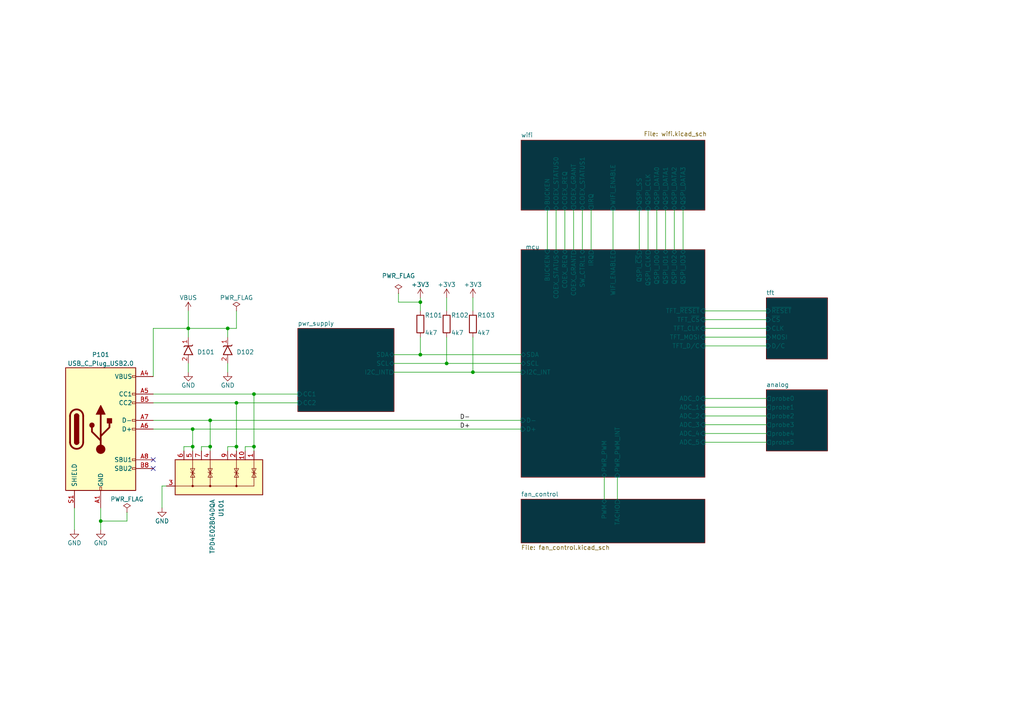
<source format=kicad_sch>
(kicad_sch (version 20230121) (generator eeschema)
  (paper "A4")
  (title_block (title "Firewaterburn") (rev "0.2"))
  (lib_symbols
    (symbol "Device:R" (pin_numbers hide) (pin_names (offset 0))
      (property "Reference" "R" (at 2.032 0 90))
      (property "Value" "R" (at 0 0 90))
      (symbol "R_0_1"
        (rectangle (start -1.016 -2.54) (end 1.016 2.54) (stroke (width 0.254)))
      )
      (symbol "R_1_1"
        (pin passive line (at 0 3.81 270) (length 1.27) (name "~") (number "1"))
        (pin passive line (at 0 -3.81 90) (length 1.27) (name "~") (number "2"))
      )
    )
    (symbol "Power_Protection:TPD4E02B04DQA" (pin_names hide)
      (property "Reference" "U" (at 2.54 -11.43 0))
      (property "Value" "TPD4E02B04DQA" (at 7.62 1.905 0))
      (symbol "TPD4E02B04DQA_0_0"
        (pin passive line (at 2.54 -15.24 90) (length 2.54) (name "G") (number "3"))
      )
      (symbol "TPD4E02B04DQA_0_1"
        (rectangle (start -5.08 12.7) (end 5.08 -12.7) (stroke (width 0.254)) (fill (type background)))
        (polyline (pts (xy -5.08 -7.62) (xy 2.54 -7.62)))
        (polyline (pts (xy -5.08 -2.54) (xy 2.54 -2.54)))
        (polyline (pts (xy -5.08 5.08) (xy 2.54 5.08)))
        (polyline (pts (xy -5.08 10.16) (xy 2.54 10.16)))
        (polyline (pts (xy 2.54 10.16) (xy 2.54 -12.7)) (stroke (width 0.1524)))
        (polyline (pts (xy -1.27 -7.62) (xy 0 -8.255) (xy 0 -6.985) (xy -1.27 -7.62)))
        (polyline (pts (xy -1.27 -2.54) (xy 0 -3.175) (xy 0 -1.905) (xy -1.27 -2.54)))
        (polyline (pts (xy -1.27 5.08) (xy 0 4.445) (xy 0 5.715) (xy -1.27 5.08)))
        (polyline (pts (xy -1.27 10.16) (xy 0 9.525) (xy 0 10.795) (xy -1.27 10.16)))
        (circle (center 2.54 -7.62) (radius 0.254) (fill (type outline)))
        (circle (center 2.54 -2.54) (radius 0.254) (fill (type outline)))
        (circle (center 2.54 5.08) (radius 0.254) (fill (type outline)))
      )
      (symbol "TPD4E02B04DQA_1_1"
        (polyline (pts (xy -1.524 -8.255) (xy -1.27 -8.001) (xy -1.27 -7.239) (xy -1.016 -6.985)))
        (polyline (pts (xy -1.524 -3.175) (xy -1.27 -2.921) (xy -1.27 -2.159) (xy -1.016 -1.905)))
        (polyline (pts (xy -1.524 4.445) (xy -1.27 4.699) (xy -1.27 5.461) (xy -1.016 5.715)))
        (polyline (pts (xy -1.524 9.525) (xy -1.27 9.779) (xy -1.27 10.541) (xy -1.016 10.795)))
        (polyline (pts (xy -1.27 -7.62) (xy -2.54 -8.255) (xy -2.54 -6.985) (xy -1.27 -7.62)))
        (polyline (pts (xy -1.27 -2.54) (xy -2.54 -3.175) (xy -2.54 -1.905) (xy -1.27 -2.54)))
        (polyline (pts (xy -1.27 5.08) (xy -2.54 4.445) (xy -2.54 5.715) (xy -1.27 5.08)))
        (polyline (pts (xy -1.27 10.16) (xy -2.54 9.525) (xy -2.54 10.795) (xy -1.27 10.16)))
        (pin passive line (at -7.62 10.16 0) (length 2.54) (name "IO1") (number "1"))
        (pin free line (at -7.62 7.62 0) (length 2.54) (name "NC") (number "10"))
        (pin passive line (at -7.62 5.08 0) (length 2.54) (name "IO2") (number "2"))
        (pin passive line (at -7.62 -2.54 0) (length 2.54) (name "IO3") (number "4"))
        (pin passive line (at -7.62 -7.62 0) (length 2.54) (name "IO4") (number "5"))
        (pin free line (at -7.62 -10.16 0) (length 2.54) (name "NC") (number "6"))
        (pin free line (at -7.62 -5.08 0) (length 2.54) (name "NC") (number "7"))
        (pin passive line (at 2.54 -15.24 90) (length 2.54) hide (name "G") (number "8"))
        (pin free line (at -7.62 2.54 0) (length 2.54) (name "NC") (number "9"))
      )
    )
    (symbol "mylib_connectors:USB_C_Plug_USB2.0" (pin_names (offset 1.016))
      (property "Reference" "P" (at -10.16 19.05 0))
      (property "Value" "USB_C_Plug_USB2.0" (at 12.7 19.05 0))
      (symbol "USB_C_Plug_USB2.0_0_0"
        (rectangle (start -0.254 -17.78) (end 0.254 -16.764))
        (rectangle (start 10.16 -11.176) (end 9.144 -11.684))
        (rectangle (start 10.16 0.254) (end 9.144 -0.254))
        (rectangle (start 10.16 2.794) (end 9.144 2.286))
        (rectangle (start 10.16 10.414) (end 9.144 9.906))
        (rectangle (start 10.16 15.494) (end 9.144 14.986))
      )
      (symbol "USB_C_Plug_USB2.0_0_1"
        (rectangle (start -10.16 17.78) (end 10.16 -17.78) (stroke (width 0.254)) (fill (type background)))
        (arc (start -8.89 -3.81) (mid -6.985 -5.7067) (end -5.08 -3.81) (stroke (width 0.508)))
        (arc (start -7.62 -3.81) (mid -6.985 -4.4423) (end -6.35 -3.81) (stroke (width 0.254)))
        (arc (start -7.62 -3.81) (mid -6.985 -4.4423) (end -6.35 -3.81) (stroke (width 0.254)) (fill (type outline)))
        (rectangle (start -7.62 -3.81) (end -6.35 3.81) (stroke (width 0.254)) (fill (type outline)))
        (arc (start -6.35 3.81) (mid -6.985 4.4423) (end -7.62 3.81) (stroke (width 0.254)))
        (arc (start -6.35 3.81) (mid -6.985 4.4423) (end -7.62 3.81) (stroke (width 0.254)) (fill (type outline)))
        (arc (start -5.08 3.81) (mid -6.985 5.7067) (end -8.89 3.81) (stroke (width 0.508)))
        (circle (center -2.54 1.143) (radius 0.635) (stroke (width 0.254)) (fill (type outline)))
        (circle (center 0 -5.842) (radius 1.27) (fill (type outline)))
        (polyline (pts (xy -8.89 -3.81) (xy -8.89 3.81)) (stroke (width 0.508)))
        (polyline (pts (xy -5.08 3.81) (xy -5.08 -3.81)) (stroke (width 0.508)))
        (polyline (pts (xy 0 -5.842) (xy 0 4.318)) (stroke (width 0.508)))
        (polyline (pts (xy 0 -3.302) (xy -2.54 -0.762) (xy -2.54 0.508)) (stroke (width 0.508)))
        (polyline (pts (xy 0 -2.032) (xy 2.54 0.508) (xy 2.54 1.778)) (stroke (width 0.508)))
        (polyline (pts (xy -1.27 4.318) (xy 0 6.858) (xy 1.27 4.318) (xy -1.27 4.318)) (stroke (width 0.254)) (fill (type outline)))
        (rectangle (start 1.905 1.778) (end 3.175 3.048) (stroke (width 0.254)) (fill (type outline)))
      )
      (symbol "USB_C_Plug_USB2.0_1_1"
        (rectangle (start 10.16 -8.636) (end 9.144 -9.144))
        (rectangle (start 10.16 7.874) (end 9.144 7.366))
        (pin passive line (at 0 -22.86 90) (length 5.08) (name "GND") (number "A1"))
        (pin passive line (at 0 -22.86 90) (length 5.08) hide (name "GND") (number "A12"))
        (pin passive line (at 15.24 15.24 180) (length 5.08) (name "VBUS") (number "A4"))
        (pin bidirectional line (at 15.24 10.16 180) (length 5.08) (name "CC1") (number "A5"))
        (pin bidirectional line (at 15.24 0 180) (length 5.08) (name "D+") (number "A6"))
        (pin bidirectional line (at 15.24 2.54 180) (length 5.08) (name "D-") (number "A7"))
        (pin bidirectional line (at 15.24 -8.89 180) (length 5.08) (name "SBU1") (number "A8"))
        (pin passive line (at 15.24 15.24 180) (length 5.08) hide (name "VBUS") (number "A9"))
        (pin passive line (at 0 -22.86 90) (length 5.08) hide (name "GND") (number "B1"))
        (pin passive line (at 0 -22.86 90) (length 5.08) hide (name "GND") (number "B12"))
        (pin passive line (at 15.24 15.24 180) (length 5.08) hide (name "VBUS") (number "B4"))
        (pin bidirectional line (at 15.24 7.62 180) (length 5.08) (name "CC2") (number "B5"))
        (pin bidirectional line (at 15.24 0 180) (length 5.08) hide (name "D+") (number "B6"))
        (pin bidirectional line (at 15.24 2.54 180) (length 5.08) hide (name "D-") (number "B7"))
        (pin bidirectional line (at 15.24 -11.43 180) (length 5.08) (name "SBU2") (number "B8"))
        (pin passive line (at 15.24 15.24 180) (length 5.08) hide (name "VBUS") (number "B9"))
        (pin passive line (at -7.62 -22.86 90) (length 5.08) (name "SHIELD") (number "S1"))
      )
    )
    (symbol "mylib_ic:ESDA25P35"
      (property "Reference" "D" (at 0 2.54 0))
      (symbol "ESDA25P35_0_1"
        (polyline (pts (xy -1.27 -1.016) (xy -1.016 -1.27)) (stroke (width 0.254)))
        (polyline (pts (xy -1.27 1.016) (xy -1.524 1.27)) (stroke (width 0.254)))
        (polyline (pts (xy -1.27 1.016) (xy -1.27 -1.016)) (stroke (width 0.254)))
        (polyline (pts (xy 1.27 1.27) (xy 1.27 -1.27) (xy -1.27 0) (xy 1.27 1.27)) (stroke (width 0.254)))
      )
      (symbol "ESDA25P35_1_1"
        (pin passive line (at -3.81 0 0) (length 2.54) (name "") (number "1"))
        (pin passive line (at 3.81 0 180) (length 2.54) (name "") (number "2"))
      )
    )
    (symbol "power:+3V3" (power) (pin_names (offset 0))
      (property "Value" "+3V3" (at 0 3.556 0))
      (symbol "+3V3_0_1"
        (polyline (pts (xy -0.762 1.27) (xy 0 2.54)))
        (polyline (pts (xy 0 0) (xy 0 2.54)))
        (polyline (pts (xy 0 2.54) (xy 0.762 1.27)))
      )
      (symbol "+3V3_1_1"
        (pin power_in line (at 0 0 90) (length 0) hide (name "+3V3") (number "1"))
      )
    )
    (symbol "power:GND" (power) (pin_names (offset 0))
      (property "Value" "GND" (at 0 -3.81 0))
      (symbol "GND_0_1"
        (polyline (pts (xy 0 0) (xy 0 -1.27) (xy 1.27 -1.27) (xy 0 -2.54) (xy -1.27 -1.27) (xy 0 -1.27)))
      )
      (symbol "GND_1_1"
        (pin power_in line (at 0 0 270) (length 0) hide (name "GND") (number "1"))
      )
    )
    (symbol "power:PWR_FLAG" (power) (pin_numbers hide) (pin_names (offset 0) hide)
      (property "Value" "PWR_FLAG" (at 0 3.81 0))
      (symbol "PWR_FLAG_0_0"
        (pin power_out line (at 0 0 90) (length 0) (name "pwr") (number "1"))
      )
      (symbol "PWR_FLAG_0_1"
        (polyline (pts (xy 0 0) (xy 0 1.27) (xy -1.016 1.905) (xy 0 2.54) (xy 1.016 1.905) (xy 0 1.27)))
      )
    )
    (symbol "power:VBUS" (power) (pin_names (offset 0))
      (property "Value" "VBUS" (at 0 3.81 0))
      (symbol "VBUS_0_1"
        (polyline (pts (xy -0.762 1.27) (xy 0 2.54)))
        (polyline (pts (xy 0 0) (xy 0 2.54)))
        (polyline (pts (xy 0 2.54) (xy 0.762 1.27)))
      )
      (symbol "VBUS_1_1"
        (pin power_in line (at 0 0 90) (length 0) hide (name "VBUS") (number "1"))
      )
    )
  )
  (junction (at 55.88 129.54))
  (junction (at 73.66 114.3))
  (junction (at 121.92 102.87))
  (junction (at 54.61 95.25))
  (junction (at 60.96 129.54))
  (junction (at 68.58 129.54))
  (junction (at 55.88 124.46))
  (junction (at 121.92 87.63))
  (junction (at 29.21 151.13))
  (junction (at 66.04 95.25))
  (junction (at 137.16 107.95))
  (junction (at 129.54 105.41))
  (junction (at 68.58 116.84))
  (junction (at 73.66 129.54))
  (junction (at 60.96 121.92))
  (no_connect (at 44.45 133.35))
  (no_connect (at 44.45 135.89))
  (wire (pts (xy 29.21 147.32) (xy 29.21 151.13)))
  (wire (pts (xy 55.88 129.54) (xy 55.88 130.81)))
  (wire (pts (xy 21.59 153.67) (xy 21.59 147.32)))
  (wire (pts (xy 44.45 121.92) (xy 60.96 121.92)))
  (wire (pts (xy 198.12 60.96) (xy 198.12 72.39)))
  (wire (pts (xy 44.45 124.46) (xy 55.88 124.46)))
  (wire (pts (xy 121.92 102.87) (xy 151.13 102.87)))
  (wire (pts (xy 115.57 87.63) (xy 121.92 87.63)))
  (wire (pts (xy 204.47 97.79) (xy 222.25 97.79)))
  (wire (pts (xy 137.16 86.36) (xy 137.16 90.17)))
  (wire (pts (xy 195.58 60.96) (xy 195.58 72.39)))
  (wire (pts (xy 68.58 129.54) (xy 68.58 130.81)))
  (wire (pts (xy 60.96 121.92) (xy 60.96 129.54)))
  (wire (pts (xy 71.12 129.54) (xy 73.66 129.54)))
  (wire (pts (xy 137.16 97.79) (xy 137.16 107.95)))
  (wire (pts (xy 66.04 130.81) (xy 66.04 129.54)))
  (wire (pts (xy 44.45 114.3) (xy 73.66 114.3)))
  (wire (pts (xy 66.04 95.25) (xy 66.04 97.79)))
  (wire (pts (xy 190.5 60.96) (xy 190.5 72.39)))
  (wire (pts (xy 44.45 116.84) (xy 68.58 116.84)))
  (wire (pts (xy 204.47 120.65) (xy 222.25 120.65)))
  (wire (pts (xy 158.75 60.96) (xy 158.75 72.39)))
  (wire (pts (xy 66.04 105.41) (xy 66.04 107.95)))
  (wire (pts (xy 36.83 148.59) (xy 36.83 151.13)))
  (wire (pts (xy 204.47 123.19) (xy 222.25 123.19)))
  (wire (pts (xy 177.8 60.96) (xy 177.8 72.39)))
  (wire (pts (xy 204.47 100.33) (xy 222.25 100.33)))
  (wire (pts (xy 46.99 140.97) (xy 48.26 140.97)))
  (wire (pts (xy 54.61 105.41) (xy 54.61 107.95)))
  (wire (pts (xy 29.21 151.13) (xy 36.83 151.13)))
  (wire (pts (xy 60.96 129.54) (xy 60.96 130.81)))
  (wire (pts (xy 161.29 60.96) (xy 161.29 72.39)))
  (wire (pts (xy 73.66 114.3) (xy 86.36 114.3)))
  (wire (pts (xy 204.47 95.25) (xy 222.25 95.25)))
  (wire (pts (xy 58.42 130.81) (xy 58.42 129.54)))
  (wire (pts (xy 53.34 129.54) (xy 55.88 129.54)))
  (wire (pts (xy 58.42 129.54) (xy 60.96 129.54)))
  (wire (pts (xy 66.04 95.25) (xy 54.61 95.25)))
  (wire (pts (xy 115.57 85.09) (xy 115.57 87.63)))
  (wire (pts (xy 129.54 86.36) (xy 129.54 90.17)))
  (wire (pts (xy 185.42 60.96) (xy 185.42 72.39)))
  (wire (pts (xy 114.3 105.41) (xy 129.54 105.41)))
  (wire (pts (xy 121.92 86.36) (xy 121.92 87.63)))
  (wire (pts (xy 71.12 130.81) (xy 71.12 129.54)))
  (wire (pts (xy 46.99 147.32) (xy 46.99 140.97)))
  (wire (pts (xy 175.26 138.43) (xy 175.26 144.78)))
  (wire (pts (xy 54.61 95.25) (xy 54.61 97.79)))
  (wire (pts (xy 204.47 125.73) (xy 222.25 125.73)))
  (wire (pts (xy 44.45 95.25) (xy 44.45 109.22)))
  (wire (pts (xy 66.04 129.54) (xy 68.58 129.54)))
  (wire (pts (xy 204.47 128.27) (xy 222.25 128.27)))
  (wire (pts (xy 73.66 114.3) (xy 73.66 129.54)))
  (wire (pts (xy 129.54 97.79) (xy 129.54 105.41)))
  (wire (pts (xy 53.34 130.81) (xy 53.34 129.54)))
  (wire (pts (xy 179.07 138.43) (xy 179.07 144.78)))
  (wire (pts (xy 68.58 95.25) (xy 66.04 95.25)))
  (wire (pts (xy 114.3 102.87) (xy 121.92 102.87)))
  (wire (pts (xy 163.83 60.96) (xy 163.83 72.39)))
  (wire (pts (xy 55.88 124.46) (xy 55.88 129.54)))
  (wire (pts (xy 193.04 60.96) (xy 193.04 72.39)))
  (wire (pts (xy 68.58 116.84) (xy 68.58 129.54)))
  (wire (pts (xy 121.92 87.63) (xy 121.92 90.17)))
  (wire (pts (xy 121.92 97.79) (xy 121.92 102.87)))
  (wire (pts (xy 204.47 115.57) (xy 222.25 115.57)))
  (wire (pts (xy 68.58 90.17) (xy 68.58 95.25)))
  (wire (pts (xy 55.88 124.46) (xy 151.13 124.46)))
  (wire (pts (xy 73.66 129.54) (xy 73.66 130.81)))
  (wire (pts (xy 204.47 118.11) (xy 222.25 118.11)))
  (wire (pts (xy 171.45 60.96) (xy 171.45 72.39)))
  (wire (pts (xy 60.96 121.92) (xy 151.13 121.92)))
  (wire (pts (xy 114.3 107.95) (xy 137.16 107.95)))
  (wire (pts (xy 54.61 90.17) (xy 54.61 95.25)))
  (wire (pts (xy 166.37 60.96) (xy 166.37 72.39)))
  (wire (pts (xy 129.54 105.41) (xy 151.13 105.41)))
  (wire (pts (xy 68.58 116.84) (xy 86.36 116.84)))
  (wire (pts (xy 204.47 90.17) (xy 222.25 90.17)))
  (wire (pts (xy 44.45 95.25) (xy 54.61 95.25)))
  (wire (pts (xy 29.21 151.13) (xy 29.21 153.67)))
  (wire (pts (xy 187.96 60.96) (xy 187.96 72.39)))
  (wire (pts (xy 137.16 107.95) (xy 151.13 107.95)))
  (wire (pts (xy 168.91 60.96) (xy 168.91 72.39)))
  (wire (pts (xy 204.47 92.71) (xy 222.25 92.71)))
  (label "D+" (at 133.35 124.46 0))
  (label "D-" (at 133.35 121.92 0))
  (symbol (lib_id "Device:R") (at 137.16 93.98 0) (unit 1)
    (property "Reference" "R103" (at 138.43 91.44 0) (effects (justify left)))
    (property "Value" "4k7" (at 138.43 96.52 0) (effects (justify left)))
    (property "Footprint" "Resistor_SMD:R_0402_1005Metric" (effects hide))
    (property "Digikey" "13-RC0402FR-134K7LCT-ND" (effects hide))
  )
  (symbol (lib_id "mylib_connectors:USB_C_Plug_USB2.0") (at 29.21 124.46 0) (unit 1)
    (property "Reference" "P101" (at 29.21 102.87 0))
    (property "Value" "USB_C_Plug_USB2.0" (at 29.21 105.41 0))
    (property "Footprint" "mylib_connector:USB_C_Receptacle_Molex_C_24P_SMD_RA" (effects hide))
    (property "Datasheet" "https://www.molex.com/webdocs/datasheets/pdf/en-us/2171790001_IO_CONNECTORS.pdf" (effects hide))
    (property "Digikey" "900-2171790001CT-ND" (effects hide))
  )
  (symbol (lib_id "power:+3V3") (at 137.16 86.36 0) (unit 1)
    (property "Reference" "#PWR0103" (effects hide))
    (property "Value" "+3V3" (at 137.16 82.55 0))
  )
  (symbol (lib_id "power:GND") (at 29.21 153.67 0) (unit 1)
    (property "Reference" "#PWR0109" (effects hide))
    (property "Value" "GND" (at 29.21 157.48 0))
  )
  (symbol (lib_id "power:GND") (at 21.59 153.67 0) (unit 1)
    (property "Reference" "#PWR0108" (effects hide))
    (property "Value" "GND" (at 21.59 157.48 0))
  )
  (symbol (lib_id "Device:R") (at 129.54 93.98 0) (unit 1)
    (property "Reference" "R102" (at 130.81 91.44 0) (effects (justify left)))
    (property "Value" "4k7" (at 130.81 96.52 0) (effects (justify left)))
    (property "Footprint" "Resistor_SMD:R_0402_1005Metric" (effects hide))
    (property "Digikey" "13-RC0402FR-134K7LCT-ND" (effects hide))
  )
  (symbol (lib_id "Power_Protection:TPD4E02B04DQA") (at 63.5 138.43 270) (unit 1)
    (property "Reference" "U101" (at 64.135 144.78 0) (effects (justify left)))
    (property "Value" "TPD4E02B04DQA" (at 61.595 144.78 0) (effects (justify left)))
    (property "Footprint" "Package_SON:USON-10_2.5x1.0mm_P0.5mm" (effects hide))
    (property "Datasheet" "http://www.ti.com/lit/ds/symlink/tpd4e02b04.pdf" (effects hide))
    (property "Digikey" "296-43875-1-ND" (effects hide))
  )
  (symbol (lib_id "power:GND") (at 46.99 147.32 0) (unit 1)
    (property "Reference" "#PWR0107" (effects hide))
    (property "Value" "GND" (at 46.99 151.13 0))
  )
  (symbol (lib_id "power:+3V3") (at 121.92 86.36 0) (unit 1)
    (property "Reference" "#PWR0101" (effects hide))
    (property "Value" "+3V3" (at 121.92 82.55 0))
  )
  (symbol (lib_id "power:GND") (at 54.61 107.95 0) (unit 1)
    (property "Reference" "#PWR0105" (effects hide))
    (property "Value" "GND" (at 54.61 111.76 0))
  )
  (symbol (lib_id "power:PWR_FLAG") (at 68.58 90.17 0) (unit 1)
    (property "Reference" "#FLG0102" (effects hide))
    (property "Value" "PWR_FLAG" (at 68.58 86.36 0))
  )
  (symbol (lib_id "mylib_ic:ESDA25P35") (at 66.04 101.6 270) (unit 1)
    (property "Reference" "D102" (at 68.58 102.108 90) (effects (justify left)))
    (property "Value" "ESDA25P35" (effects hide))
    (property "Footprint" "mylib_ic:D_0604_1610Metric" (effects hide))
    (property "Digikey" "497-16913-1-ND" (effects hide))
  )
  (symbol (lib_id "power:GND") (at 66.04 107.95 0) (unit 1)
    (property "Reference" "#PWR0106" (effects hide))
    (property "Value" "GND" (at 66.04 111.76 0))
  )
  (symbol (lib_id "mylib_ic:ESDA25P35") (at 54.61 101.6 270) (unit 1)
    (property "Reference" "D101" (at 57.15 102.108 90) (effects (justify left)))
    (property "Value" "ESDA25P35" (effects hide))
    (property "Footprint" "mylib_ic:D_0604_1610Metric" (effects hide))
    (property "Digikey" "497-16913-1-ND" (effects hide))
  )
  (symbol (lib_id "Device:R") (at 121.92 93.98 0) (unit 1)
    (property "Reference" "R101" (at 123.19 91.44 0) (effects (justify left)))
    (property "Value" "4k7" (at 123.19 96.52 0) (effects (justify left)))
    (property "Footprint" "Resistor_SMD:R_0402_1005Metric" (effects hide))
    (property "Digikey" "13-RC0402FR-134K7LCT-ND" (effects hide))
  )
  (symbol (lib_id "power:PWR_FLAG") (at 115.57 85.09 0) (unit 1)
    (property "Reference" "#FLG0101" (effects hide))
    (property "Value" "PWR_FLAG" (at 115.57 80.01 0))
  )
  (symbol (lib_id "power:PWR_FLAG") (at 36.83 148.59 0) (unit 1)
    (property "Reference" "#FLG0103" (effects hide))
    (property "Value" "PWR_FLAG" (at 36.83 144.78 0))
  )
  (symbol (lib_id "power:VBUS") (at 54.61 90.17 0) (unit 1)
    (property "Reference" "#PWR0104" (effects hide))
    (property "Value" "VBUS" (at 54.61 86.36 0))
  )
  (symbol (lib_id "power:+3V3") (at 129.54 86.36 0) (unit 1)
    (property "Reference" "#PWR0102" (effects hide))
    (property "Value" "+3V3" (at 129.54 82.55 0))
  )
  (sheet (at 151.13 144.78) (size 53.34 12.7) (stroke (width 0.1524)) (fill (color 7 54 66 1.0000))
    (property "Sheetname" "fan_control" (at 151.13 144.0684 0) (effects (justify left bottom)))
    (property "Sheetfile" "fan_control.kicad_sch" (at 151.13 158.0646 0) (effects (justify left top)))
    (pin "TACHO" output (at 179.07 144.78 90))
    (pin "PWM" bidirectional (at 175.26 144.78 90))
  )
  (sheet (at 151.13 40.64) (size 53.34 20.32) (stroke (width 0.1524)) (fill (color 7 54 66 1.0000))
    (property "Sheetname" "wifi" (at 151.13 39.9284 0) (effects (justify left bottom)))
    (property "Sheetfile" "wifi.kicad_sch" (at 186.69 38.1 0) (effects (justify left top)))
    (pin "QSPI_CLK" input (at 187.96 60.96 270))
    (pin "BUCKEN" input (at 158.75 60.96 270))
    (pin "COEX_REQ" bidirectional (at 163.83 60.96 270))
    (pin "COEX_GRANT" output (at 166.37 60.96 270))
    (pin "IRQ" output (at 171.45 60.96 270))
    (pin "QSPI_SS" input (at 185.42 60.96 270))
    (pin "QSPI_DATA1" bidirectional (at 193.04 60.96 270))
    (pin "QSPI_DATA0" bidirectional (at 190.5 60.96 270))
    (pin "QSPI_DATA3" bidirectional (at 198.12 60.96 270))
    (pin "QSPI_DATA2" bidirectional (at 195.58 60.96 270))
    (pin "COEX_STATUS0" bidirectional (at 161.29 60.96 270))
    (pin "COEX_STATUS1" bidirectional (at 168.91 60.96 270))
    (pin "WIFI_ENABLE" input (at 177.8 60.96 270))
  )
  (sheet (at 151.13 72.39) (size 53.34 66.04) (fill (color 7 54 66 1.0000))
    (property "Sheetname" "mcu" (at 152.4 72.39 0) (effects (justify left bottom)))
    (property "Sheetfile" "mcu.kicad_sch" (effects hide))
    (pin "SCL" bidirectional (at 151.13 105.41 180))
    (pin "SDA" bidirectional (at 151.13 102.87 180))
    (pin "PWR_PWM" bidirectional (at 175.26 138.43 270))
    (pin "PWR_PWM_INT" input (at 179.07 138.43 270))
    (pin "QSPI_~{CS}" output (at 185.42 72.39 90))
    (pin "QSPI_CLK" output (at 187.96 72.39 90))
    (pin "QSPI_IO2" bidirectional (at 195.58 72.39 90))
    (pin "QSPI_IO0" bidirectional (at 190.5 72.39 90))
    (pin "QSPI_IO1" bidirectional (at 193.04 72.39 90))
    (pin "QSPI_IO3" bidirectional (at 198.12 72.39 90))
    (pin "ADC_3" input (at 204.47 123.19 0))
    (pin "ADC_4" input (at 204.47 125.73 0))
    (pin "ADC_2" input (at 204.47 120.65 0))
    (pin "ADC_1" input (at 204.47 118.11 0))
    (pin "ADC_0" input (at 204.47 115.57 0))
    (pin "ADC_5" input (at 204.47 128.27 0))
    (pin "D+" input (at 151.13 124.46 180))
    (pin "D-" input (at 151.13 121.92 180))
    (pin "I2C_INT" input (at 151.13 107.95 180))
    (pin "IRQ" output (at 171.45 72.39 90))
    (pin "COEX_REQ" bidirectional (at 163.83 72.39 90))
    (pin "BUCKEN" input (at 158.75 72.39 90))
    (pin "COEX_STATUS" bidirectional (at 161.29 72.39 90))
    (pin "COEX_GRANT" output (at 166.37 72.39 90))
    (pin "SW_CTRL1" bidirectional (at 168.91 72.39 90))
    (pin "TFT_MOSI" input (at 204.47 97.79 0))
    (pin "TFT_CLK" input (at 204.47 95.25 0))
    (pin "TFT_~{RESET}" input (at 204.47 90.17 0))
    (pin "TFT_D{slash}C" input (at 204.47 100.33 0))
    (pin "TFT_~{CS}" input (at 204.47 92.71 0))
    (pin "WIFI_ENABLE" output (at 177.8 72.39 90))
  )
  (sheet (at 222.25 86.36) (size 17.78 17.78) (stroke (width 0.1524)) (fill (color 7 54 66 1.0000))
    (property "Sheetname" "tft" (at 222.25 85.6484 0) (effects (justify left bottom)))
    (property "Sheetfile" "lcd.kicad_sch" (effects hide))
    (pin "CLK" input (at 222.25 95.25 180))
    (pin "MOSI" input (at 222.25 97.79 180))
    (pin "~{CS}" input (at 222.25 92.71 180))
    (pin "~{RESET}" input (at 222.25 90.17 180))
    (pin "D{slash}C" input (at 222.25 100.33 180))
  )
  (sheet (at 222.25 113.03) (size 17.78 17.78) (fill (color 7 54 66 1.0000))
    (property "Sheetname" "analog" (at 222.25 112.3184 0) (effects (justify left bottom)))
    (property "Sheetfile" "ntc.kicad_sch" (effects hide))
    (pin "probe3" output (at 222.25 123.19 180))
    (pin "probe2" output (at 222.25 120.65 180))
    (pin "probe1" output (at 222.25 118.11 180))
    (pin "probe4" output (at 222.25 125.73 180))
    (pin "probe5" output (at 222.25 128.27 180))
    (pin "probe0" output (at 222.25 115.57 180))
  )
  (sheet (at 86.36 95.25) (size 27.94 24.13) (stroke (width 0.1524)) (fill (color 7 54 66 1.0000))
    (property "Sheetname" "pwr_supply" (at 86.36 94.5384 0) (effects (justify left bottom)))
    (property "Sheetfile" "pwr_supply.kicad_sch" (effects hide))
    (pin "CC1" input (at 86.36 114.3 180))
    (pin "CC2" input (at 86.36 116.84 180))
    (pin "SDA" bidirectional (at 114.3 102.87 0))
    (pin "SCL" bidirectional (at 114.3 105.41 0))
    (pin "I2C_INT" output (at 114.3 107.95 0))
  )
)
</source>
